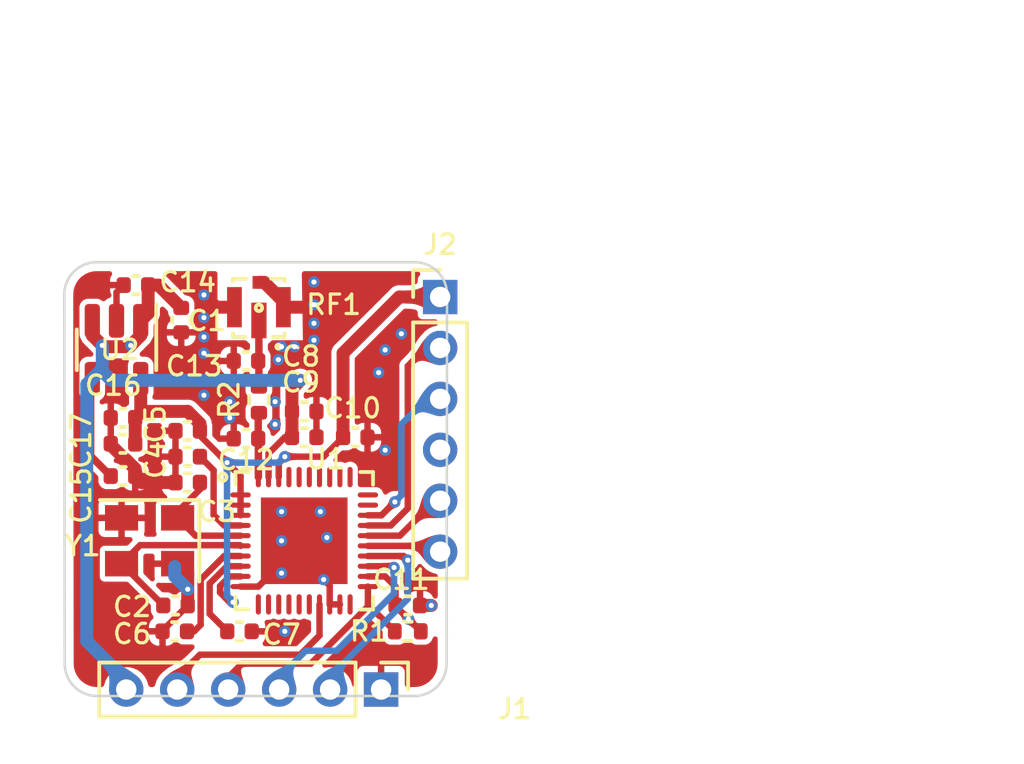
<source format=kicad_pcb>
(kicad_pcb (version 20211014) (generator pcbnew)
  (layers (0 "F.Cu" signal) (1 "In1.Cu" signal) (2 "In2.Cu" signal) (31 "B.Cu" signal) (34 "B.Paste" user) (35 "F.Paste" user) (36 "B.SilkS" user "B.Silkscreen") (37 "F.SilkS" user "F.Silkscreen") (38 "B.Mask" user) (39 "F.Mask" user) (44 "Edge.Cuts" user))
  (net 0 "")
  (net 1 "GND")
  (net 2 "+1V8")
  (net 3 "/XTAL1")
  (net 4 "/XTAL2")
  (net 5 "Net-(C4-Pad2)")
  (net 6 "Net-(C6-Pad2)")
  (net 7 "Net-(C7-Pad2)")
  (net 8 "+3V3")
  (net 9 "/ANT")
  (net 10 "Net-(C13-Pad2)")
  (net 11 "/SDIO_DATA2")
  (net 12 "/SDIO_DATA1")
  (net 13 "/SDIO_DATA0")
  (net 14 "/SDIO_CLK")
  (net 15 "/SDIO_CMD")
  (net 16 "/SDIO_DATA3")
  (net 17 "/WIRQ")
  (net 28 "/RST")
  (net 35 "Net-(C15-Pad2)")
  (footprint "Capacitor_SMD:C_0402_1005Metric" (layer "F.Cu") (at 123.19 77.2685)
    (fp_text reference "C13")
    (fp_text value "NC" hide)
  )
  (footprint "Resistor_SMD:R_0402_1005Metric" (layer "F.Cu") (at 129.54 87.884)
    (fp_text reference "R1")
    (fp_text value "33K" hide)
  )
  (footprint "kicad_lceda:QFN-40_L5.0-W5.0-P0.40-TL-EP3.4" (layer "F.Cu") (at 125.476 84.328)
    (fp_text reference "U1")
    (fp_text value "XR819" hide)
  )
  (footprint "Capacitor_SMD:C_0402_1005Metric" (layer "F.Cu") (at 125.476 79.248)
    (fp_text reference "C8")
    (fp_text value "4.7uF" hide)
  )
  (footprint "Capacitor_SMD:C_0402_1005Metric" (layer "F.Cu") (at 123.19 80.3165)
    (fp_text reference "C12")
    (fp_text value "NC" hide)
  )
  (footprint "Connector_PinHeader_2.00mm:PinHeader_1x06_P2.00mm_Vertical" (layer "F.Cu") (at 130.81 74.756)
    (fp_text reference "J2")
    (fp_text value "Conn_01x06" hide)
  )
  (footprint "Capacitor_SMD:C_0402_1005Metric" (layer "F.Cu") (at 127.48 80.264 180)
    (fp_text reference "C10")
    (fp_text value "22pF" hide)
  )
  (footprint "Package_TO_SOT_SMD:SOT-23-5" (layer "F.Cu") (at 118.11 76.8295 -90)
    (fp_text reference "U2")
    (fp_text value "NC" hide)
  )
  (footprint "Capacitor_SMD:C_0402_1005Metric" (layer "F.Cu") (at 120.424 86.868 180)
    (fp_text reference "C2")
    (fp_text value "10pF" hide)
  )
  (footprint "Capacitor_SMD:C_0402_1005Metric" (layer "F.Cu") (at 120.904 80.01 180)
    (fp_text reference "C5")
    (fp_text value "4.7uF" hide)
  )
  (footprint "Resistor_SMD:R_0402_1005Metric" (layer "F.Cu") (at 123.698 78.7925 90)
    (fp_text reference "R2")
    (fp_text value "0R" hide)
  )
  (footprint "Capacitor_SMD:C_0402_1005Metric" (layer "F.Cu") (at 118.364 81.788 180)
    (fp_text reference "C15")
    (fp_text value "NC" hide)
  )
  (footprint "Capacitor_SMD:C_0402_1005Metric" (layer "F.Cu") (at 120.396 87.884)
    (fp_text reference "C6")
    (fp_text value "1uF" hide)
  )
  (footprint "Capacitor_SMD:C_0402_1005Metric" (layer "F.Cu") (at 118.872 74.2895)
    (fp_text reference "C14")
    (fp_text value "NC" hide)
  )
  (footprint "Capacitor_SMD:C_0402_1005Metric" (layer "F.Cu") (at 118.364 79.502)
    (fp_text reference "C16")
    (fp_text value "NC" hide)
  )
  (footprint "Capacitor_SMD:C_0402_1005Metric" (layer "F.Cu") (at 122.936 87.884 180)
    (fp_text reference "C7")
    (fp_text value "1uF" hide)
  )
  (footprint "Connector_PinHeader_2.00mm:PinHeader_1x06_P2.00mm_Vertical" (layer "F.Cu") (at 128.492 90.17 -90)
    (fp_text reference "J1")
    (fp_text value "Conn_01x06" hide)
  )
  (footprint "Capacitor_SMD:C_0402_1005Metric" (layer "F.Cu") (at 125.476 80.264)
    (fp_text reference "C9")
    (fp_text value "22pF" hide)
  )
  (footprint "kicad_lceda:IPEX4-SMD_4P-L1.8-W1.7-LS2.0-L_KH-IPEX4-2020" (layer "F.Cu") (at 123.698 74.93 90)
    (fp_text reference "RF1")
    (fp_text value "KH-IPEX4-2020" hide)
  )
  (footprint "Capacitor_SMD:C_0402_1005Metric" (layer "F.Cu") (at 118.364 80.518)
    (fp_text reference "C17")
    (fp_text value "NC" hide)
  )
  (footprint "Crystal:Crystal_SMD_EuroQuartz_MT-4Pin_3.2x2.5mm" (layer "F.Cu") (at 119.408 84.328 180)
    (fp_text reference "Y1")
    (fp_text value "Crystal_GND24_Small" hide)
  )
  (footprint "Capacitor_SMD:C_0402_1005Metric" (layer "F.Cu") (at 129.54 86.868)
    (fp_text reference "C11")
    (fp_text value "4.7uF" hide)
  )
  (footprint "Capacitor_SMD:C_0402_1005Metric" (layer "F.Cu") (at 120.65 75.664 90)
    (fp_text reference "C1")
    (fp_text value "NC" hide)
  )
  (footprint "Capacitor_SMD:C_0402_1005Metric" (layer "F.Cu") (at 120.904 81.026)
    (fp_text reference "C4")
    (fp_text value "1uF" hide)
  )
  (footprint "Capacitor_SMD:C_0402_1005Metric" (layer "F.Cu") (at 120.904 82.042)
    (fp_text reference "C3")
    (fp_text value "10pF" hide)
  )
  (gr_line (start 131.064 89.154) (end 131.080374 74.659626) (layer "Edge.Cuts") (width 0.1))
  (gr_line (start 117.348 90.424) (end 129.794 90.424) (layer "Edge.Cuts") (width 0.1))
  (gr_line (start 129.810374 73.389626) (end 117.331626 73.389626) (layer "Edge.Cuts") (width 0.1))
  (gr_arc (start 129.810374 73.389626) (mid 130.7084 73.7616) (end 131.080374 74.659626) (layer "Edge.Cuts") (width 0.1))
  (gr_line (start 116.061626 74.659626) (end 116.078 89.154) (layer "Edge.Cuts") (width 0.1))
  (gr_arc (start 131.064 89.154) (mid 130.692026 90.052026) (end 129.794 90.424) (layer "Edge.Cuts") (width 0.1))
  (gr_arc (start 117.348 90.424) (mid 116.449974 90.052026) (end 116.078 89.154) (layer "Edge.Cuts") (width 0.1))
  (gr_arc (start 116.061626 74.659626) (mid 116.4336 73.7616) (end 117.331626 73.389626) (layer "Edge.Cuts") (width 0.1))
  (segment (start 130.02 86.868) (end 130.463062 86.868) (width 0.508) (layer "F.Cu") (net 1))
  (segment (start 117.884 80.518) (end 117.884 80.565801) (width 0.508) (layer "F.Cu") (net 1))
  (segment (start 120.424 82.042) (end 119.098 82.042) (width 0.508) (layer "F.Cu") (net 1))
  (segment (start 122.02 75.157) (end 121.539 74.676) (width 0.508) (layer "F.Cu") (net 1))
  (segment (start 118.471199 81.153) (end 118.491 81.153) (width 0.508) (layer "F.Cu") (net 1))
  (segment (start 123.908822 74.182) (end 124.658 74.931178) (width 0.508) (layer "F.Cu") (net 1))
  (segment (start 123.676 86.128) (end 125.476 84.328) (width 0.254) (layer "F.Cu") (net 1))
  (segment (start 122.738 75.157) (end 122.02 75.157) (width 0.508) (layer "F.Cu") (net 1))
  (segment (start 118.11 75.692) (end 118.11 74.5715) (width 0.254) (layer "F.Cu") (net 1))
  (segment (start 124.658 74.931178) (end 124.658 75.157) (width 0.508) (layer "F.Cu") (net 1))
  (segment (start 120.904 86.233) (end 120.904 85.624) (width 0.508) (layer "F.Cu") (net 1))
  (segment (start 119.916 87.856) (end 120.904 86.868) (width 0.254) (layer "F.Cu") (net 1))
  (segment (start 122.977 86.128) (end 123.676 86.128) (width 0.254) (layer "F.Cu") (net 1))
  (segment (start 123.698 74.182) (end 123.908822 74.182) (width 0.508) (layer "F.Cu") (net 1))
  (segment (start 118.844 81.506) (end 118.844 81.788) (width 0.508) (layer "F.Cu") (net 1))
  (segment (start 119.916 87.884) (end 119.916 87.856) (width 0.254) (layer "F.Cu") (net 1))
  (segment (start 123.416 87.884) (end 124.714 87.884) (width 0.254) (layer "F.Cu") (net 1))
  (segment (start 126.476 86.09) (end 126.476 86.827) (width 0.254) (layer "F.Cu") (net 1))
  (segment (start 124.658 75.157) (end 125.757 75.157) (width 0.508) (layer "F.Cu") (net 1))
  (segment (start 118.11 74.5715) (end 118.392 74.2895) (width 0.254) (layer "F.Cu") (net 1))
  (segment (start 118.491 81.153) (end 118.844 81.506) (width 0.508) (layer "F.Cu") (net 1))
  (segment (start 124.658 75.157) (end 124.868 75.157) (width 0.508) (layer "F.Cu") (net 1))
  (segment (start 125.757 75.157) (end 125.857 75.057) (width 0.508) (layer "F.Cu") (net 1))
  (segment (start 119.098 82.042) (end 118.844 81.788) (width 0.508) (layer "F.Cu") (net 1))
  (segment (start 120.904 86.868) (end 120.904 86.233) (width 0.508) (layer "F.Cu") (net 1))
  (segment (start 117.884 80.565801) (end 118.471199 81.153) (width 0.508) (layer "F.Cu") (net 1))
  (segment (start 120.904 85.624) (end 120.508 85.228) (width 0.508) (layer "F.Cu") (net 1))
  (segment (start 126.876 86.827) (end 126.476 86.827) (width 0.254) (layer "F.Cu") (net 1))
  (segment (start 126.238 85.852) (end 126.476 86.09) (width 0.254) (layer "F.Cu") (net 1))
  (via (at 130.463062 86.868) (size 0.45) (drill 0.2) (layers "F.Cu" "B.Cu") (net 1))
  (via (at 124.587 83.185) (size 0.45) (drill 0.2) (layers "F.Cu" "B.Cu") (net 1))
  (via (at 128.651 80.772) (size 0.45) (drill 0.2) (layers "F.Cu" "B.Cu") (net 1))
  (via (at 125.095 76.708) (size 0.45) (drill 0.2) (layers "F.Cu" "B.Cu") (net 1))
  (via (at 128.651 76.835) (size 0.45) (drill 0.2) (layers "F.Cu" "B.Cu") (net 1))
  (via (at 128.397 77.724) (size 0.45) (drill 0.2) (layers "F.Cu" "B.Cu") (net 1))
  (via (at 121.539 78.613) (size 0.45) (drill 0.2) (layers "F.Cu" "B.Cu") (net 1))
  (via (at 124.333 79.756) (size 0.45) (drill 0.2) (layers "F.Cu" "B.Cu") (net 1))
  (via (at 122.555 78.867) (size 0.45) (drill 0.2) (layers "F.Cu" "B.Cu") (net 1))
  (via (at 121.539 75.565) (size 0.45) (drill 0.2) (layers "F.Cu" "B.Cu") (net 1))
  (via (at 125.857407 75.789172) (size 0.45) (drill 0.2) (layers "F.Cu" "B.Cu") (net 1))
  (via (at 124.714 87.884) (size 0.45) (drill 0.2) (layers "F.Cu" "B.Cu") (net 1))
  (via (at 124.587 85.598) (size 0.45) (drill 0.2) (layers "F.Cu" "B.Cu") (net 1))
  (via (at 121.539 74.676) (size 0.45) (drill 0.2) (layers "F.Cu" "B.Cu") (net 1))
  (via (at 124.587 84.328) (size 0.45) (drill 0.2) (layers "F.Cu" "B.Cu") (net 1))
  (via (at 125.857 75.057) (size 0.45) (drill 0.2) (layers "F.Cu" "B.Cu") (net 1))
  (via (at 125.857 74.168) (size 0.45) (drill 0.2) (layers "F.Cu" "B.Cu") (net 1))
  (via (at 126.365 84.201) (size 0.45) (drill 0.2) (layers "F.Cu" "B.Cu") (net 1))
  (via (at 121.539 76.327) (size 0.45) (drill 0.2) (layers "F.Cu" "B.Cu") (net 1))
  (via (at 129.286 76.2) (size 0.45) (drill 0.2) (layers "F.Cu" "B.Cu") (net 1))
  (via (at 125.857 76.454) (size 0.45) (drill 0.2) (layers "F.Cu" "B.Cu") (net 1))
  (via (at 126.238 85.852) (size 0.45) (drill 0.2) (layers "F.Cu" "B.Cu") (net 1))
  (via (at 124.333 78.867) (size 0.45) (drill 0.2) (layers "F.Cu" "B.Cu") (net 1))
  (via (at 126.111 83.185) (size 0.45) (drill 0.2) (layers "F.Cu" "B.Cu") (net 1))
  (via (at 122.555 79.502) (size 0.45) (drill 0.2) (layers "F.Cu" "B.Cu") (net 1))
  (via (at 124.587 76.708) (size 0.45) (drill 0.2) (layers "F.Cu" "B.Cu") (net 1))
  (via (at 121.539 76.962) (size 0.45) (drill 0.2) (layers "F.Cu" "B.Cu") (net 1))
  (via (at 124.46 77.216) (size 0.45) (drill 0.2) (layers "F.Cu" "B.Cu") (net 1))
  (via (at 120.904 86.233) (size 0.45) (drill 0.2) (layers "F.Cu" "B.Cu") (net 1))
  (segment (start 120.904 86.233) (end 120.396 85.725) (width 0.508) (layer "B.Cu") (net 1))
  (segment (start 120.396 85.725) (end 120.396 85.344) (width 0.508) (layer "B.Cu") (net 1))
  (segment (start 124.476 81.829) (end 124.476 81.264) (width 0.254) (layer "F.Cu") (net 2))
  (segment (start 119.06 79.286) (end 118.844 79.502) (width 0.508) (layer "F.Cu") (net 2))
  (segment (start 121.384 80.01) (end 121.384 79.728) (width 0.508) (layer "F.Cu") (net 2))
  (segment (start 122.977 81.790804) (end 122.447098 81.260902) (width 0.254) (layer "F.Cu") (net 2))
  (segment (start 124.476 81.264) (end 124.714 81.026) (width 0.254) (layer "F.Cu") (net 2))
  (segment (start 126.238 81.026) (end 127 80.264) (width 0.254) (layer "F.Cu") (net 2))
  (segment (start 129.206 74.756) (end 130.46048 74.756) (width 0.508) (layer "F.Cu") (net 2))
  (segment (start 127 80.264) (end 127 76.962) (width 0.508) (layer "F.Cu") (net 2))
  (segment (start 121.384 79.728) (end 120.904 79.248) (width 0.508) (layer "F.Cu") (net 2))
  (segment (start 122.977 85.728) (end 122.552 85.728) (width 0.254) (layer "F.Cu") (net 2))
  (segment (start 127 76.962) (end 129.206 74.756) (width 0.508) (layer "F.Cu") (net 2))
  (segment (start 122.977 82.528) (end 122.977 81.790804) (width 0.254) (layer "F.Cu") (net 2))
  (segment (start 122.977 83.328) (end 122.977 82.528) (width 0.254) (layer "F.Cu") (net 2))
  (segment (start 122.174 86.36) (end 122.555 86.741) (width 0.254) (layer "F.Cu") (net 2))
  (segment (start 122.555 86.741) (end 122.682 86.741) (width 0.254) (layer "F.Cu") (net 2))
  (segment (start 124.714 81.026) (end 126.238 81.026) (width 0.254) (layer "F.Cu") (net 2))
  (segment (start 122.552 85.728) (end 122.174 86.106) (width 0.254) (layer "F.Cu") (net 2))
  (segment (start 119.06 77.967) (end 119.06 79.286) (width 0.508) (layer "F.Cu") (net 2))
  (segment (start 121.384 80.197804) (end 121.384 80.01) (width 0.254) (layer "F.Cu") (net 2))
  (segment (start 118.844 80.518) (end 118.844 79.502) (width 0.508) (layer "F.Cu") (net 2))
  (segment (start 119.098 79.248) (end 120.904 79.248) (width 0.508) (layer "F.Cu") (net 2))
  (segment (start 118.844 79.502) (end 119.098 79.248) (width 0.508) (layer "F.Cu") (net 2))
  (segment (start 122.174 86.106) (end 122.174 86.36) (width 0.254) (layer "F.Cu") (net 2))
  (segment (start 122.447098 81.260902) (end 121.384 80.197804) (width 0.254) (layer "F.Cu") (net 2))
  (via (at 122.447098 81.260902) (size 0.45) (drill 0.2) (layers "F.Cu" "B.Cu") (net 2))
  (via (at 122.682 86.741) (size 0.45) (drill 0.2) (layers "F.Cu" "B.Cu") (net 2))
  (via (at 124.714 81.026) (size 0.45) (drill 0.2) (layers "F.Cu" "B.Cu") (net 2))
  (segment (start 122.447098 86.506098) (end 122.682 86.741) (width 0.254) (layer "B.Cu") (net 2))
  (segment (start 124.479098 81.260902) (end 124.714 81.026) (width 0.254) (layer "B.Cu") (net 2))
  (segment (start 122.447098 81.260902) (end 122.447098 86.506098) (width 0.254) (layer "B.Cu") (net 2))
  (segment (start 122.447098 81.260902) (end 124.479098 81.260902) (width 0.254) (layer "B.Cu") (net 2))
  (segment (start 122.977 84.528) (end 122.950589 84.501589) (width 0.254) (layer "F.Cu") (net 3))
  (segment (start 122.950589 84.501589) (end 122.254411 84.501589) (width 0.254) (layer "F.Cu") (net 3))
  (segment (start 119.034411 84.501589) (end 118.308 85.228) (width 0.254) (layer "F.Cu") (net 3))
  (segment (start 122.254411 84.501589) (end 119.034411 84.501589) (width 0.254) (layer "F.Cu") (net 3))
  (segment (start 119.944 86.864) (end 118.308 85.228) (width 0.254) (layer "F.Cu") (net 3))
  (segment (start 119.944 86.868) (end 119.944 86.864) (width 0.254) (layer "F.Cu") (net 3))
  (segment (start 120.508 83.187) (end 120.508 83.428) (width 0.254) (layer "F.Cu") (net 4))
  (segment (start 121.384 82.042) (end 121.384 82.311) (width 0.254) (layer "F.Cu") (net 4))
  (segment (start 121.208 84.128) (end 120.508 83.428) (width 0.254) (layer "F.Cu") (net 4))
  (segment (start 121.384 82.311) (end 120.508 83.187) (width 0.254) (layer "F.Cu") (net 4))
  (segment (start 122.977 84.128) (end 121.208 84.128) (width 0.254) (layer "F.Cu") (net 4))
  (segment (start 122.977 83.728) (end 122.336 83.728) (width 0.254) (layer "F.Cu") (net 5))
  (segment (start 121.92 83.312) (end 121.92 81.562) (width 0.254) (layer "F.Cu") (net 5))
  (segment (start 122.336 83.728) (end 121.92 83.312) (width 0.254) (layer "F.Cu") (net 5))
  (segment (start 121.92 81.562) (end 121.384 81.026) (width 0.254) (layer "F.Cu") (net 5))
  (segment (start 122.336 84.928) (end 121.412 85.852) (width 0.254) (layer "F.Cu") (net 6))
  (segment (start 121.412 85.852) (end 121.412 87.63) (width 0.254) (layer "F.Cu") (net 6))
  (segment (start 122.977 84.928) (end 122.336 84.928) (width 0.254) (layer "F.Cu") (net 6))
  (segment (start 121.158 87.884) (end 120.876 87.884) (width 0.254) (layer "F.Cu") (net 6))
  (segment (start 121.412 87.63) (end 121.158 87.884) (width 0.254) (layer "F.Cu") (net 6))
  (segment (start 121.76542 87.19342) (end 122.456 87.884) (width 0.254) (layer "F.Cu") (net 7))
  (segment (start 121.76542 86.00658) (end 121.76542 87.19342) (width 0.254) (layer "F.Cu") (net 7))
  (segment (start 122.444 85.328) (end 121.76542 86.00658) (width 0.254) (layer "F.Cu") (net 7))
  (segment (start 122.977 85.328) (end 122.444 85.328) (width 0.254) (layer "F.Cu") (net 7))
  (segment (start 117.5512 76.6572) (end 117.602 76.708) (width 0.508) (layer "F.Cu") (net 8))
  (segment (start 117.16 76.266) (end 117.5512 76.6572) (width 0.508) (layer "F.Cu") (net 8))
  (segment (start 129.06 86.868) (end 129.06 86.894) (width 0.254) (layer "F.Cu") (net 8))
  (segment (start 119.352 74.2895) (end 119.7555 74.2895) (width 0.508) (layer "F.Cu") (net 8))
  (segment (start 124.076 81.829) (end 124.076 80.902) (width 0.254) (layer "F.Cu") (net 8))
  (segment (start 124.996 80.264) (end 124.996 79.248) (width 0.508) (layer "F.Cu") (net 8))
  (segment (start 129.06 86.894) (end 129.5664 87.4004) (width 0.254) (layer "F.Cu") (net 8))
  (segment (start 129.5664 87.4004) (end 130.05 87.884) (width 0.254) (layer "F.Cu") (net 8))
  (segment (start 119.7555 74.2895) (end 120.65 75.184) (width 0.508) (layer "F.Cu") (net 8))
  (segment (start 117.16 75.692) (end 117.16 76.266) (width 0.508) (layer "F.Cu") (net 8))
  (segment (start 128.654 85.728) (end 127.975 85.728) (width 0.254) (layer "F.Cu") (net 8))
  (segment (start 124.996 79.248) (end 124.996 78.3564) (width 0.508) (layer "F.Cu") (net 8))
  (segment (start 118.6688 76.6572) (end 119.06 76.266) (width 0.508) (layer "F.Cu") (net 8))
  (segment (start 119.06 76.266) (end 119.06 75.692) (width 0.508) (layer "F.Cu") (net 8))
  (segment (start 118.618 76.708) (end 118.6688 76.6572) (width 0.508) (layer "F.Cu") (net 8))
  (segment (start 129.06 86.868) (end 129.06 86.134) (width 0.254) (layer "F.Cu") (net 8))
  (segment (start 124.996 78.3564) (end 125.3236 78.0288) (width 0.508) (layer "F.Cu") (net 8))
  (segment (start 129.06 86.134) (end 128.654 85.728) (width 0.254) (layer "F.Cu") (net 8))
  (segment (start 119.352 74.2895) (end 119.352 75.4) (width 0.508) (layer "F.Cu") (net 8))
  (segment (start 117.602 76.708) (end 118.618 76.708) (width 0.508) (layer "F.Cu") (net 8))
  (segment (start 124.714 80.264) (end 124.996 80.264) (width 0.254) (layer "F.Cu") (net 8))
  (segment (start 124.076 80.902) (end 124.714 80.264) (width 0.254) (layer "F.Cu") (net 8))
  (segment (start 119.352 75.4) (end 119.06 75.692) (width 0.508) (layer "F.Cu") (net 8))
  (via (at 125.3236 78.0288) (size 0.45) (drill 0.2) (layers "F.Cu" "B.Cu") (net 8))
  (via (at 118.6688 76.6572) (size 0.45) (drill 0.2) (layers "F.Cu" "B.Cu") (net 8))
  (via (at 117.5512 76.6572) (size 0.45) (drill 0.2) (layers "F.Cu" "B.Cu") (net 8))
  (via (at 129.5664 87.4004) (size 0.45) (drill 0.2) (layers "F.Cu" "B.Cu") (net 8))
  (segment (start 117.5004 77.6224) (end 116.9416 78.1812) (width 0.508) (layer "B.Cu") (net 8))
  (segment (start 116.9416 78.1812) (end 116.9416 88.27008) (width 0.508) (layer "B.Cu") (net 8))
  (segment (start 116.9416 88.27008) (end 118.492 89.82048) (width 0.508) (layer "B.Cu") (net 8))
  (segment (start 117.5512 76.6572) (end 117.5512 77.5716) (width 0.508) (layer "B.Cu") (net 8))
  (segment (start 117.5512 77.5716) (end 117.5004 77.6224) (width 0.508) (layer "B.Cu") (net 8))
  (segment (start 125.3236 78.0288) (end 117.9068 78.0288) (width 0.508) (layer "B.Cu") (net 8))
  (segment (start 117.9068 78.0288) (end 117.5004 77.6224) (width 0.508) (layer "B.Cu") (net 8))
  (segment (start 123.676 80.3225) (end 123.67 80.3165) (width 0.29337) (layer "F.Cu") (net 9))
  (segment (start 123.676 81.829) (end 123.676 80.3225) (width 0.29337) (layer "F.Cu") (net 9))
  (segment (start 123.67 80.3165) (end 123.67 79.3305) (width 0.29337) (layer "F.Cu") (net 9))
  (segment (start 123.698 78.2825) (end 123.698 75.678) (width 0.29337) (layer "F.Cu") (net 10))
  (segment (start 123.03148 89.154) (end 122.492 89.69348) (width 0.254) (layer "F.Cu") (net 11))
  (segment (start 127.975 86.829) (end 128.015 86.869) (width 0.254) (layer "F.Cu") (net 11))
  (segment (start 128.015 86.869) (end 129.03 87.884) (width 0.254) (layer "F.Cu") (net 11))
  (segment (start 128.015 86.869) (end 125.73 89.154) (width 0.254) (layer "F.Cu") (net 11))
  (segment (start 127.975 86.128) (end 127.975 86.829) (width 0.254) (layer "F.Cu") (net 11))
  (segment (start 125.73 89.154) (end 123.03148 89.154) (width 0.254) (layer "F.Cu") (net 11))
  (segment (start 128.948193 85.328) (end 128.999593 85.3794) (width 0.254) (layer "F.Cu") (net 12))
  (segment (start 127.975 85.328) (end 128.948193 85.328) (width 0.254) (layer "F.Cu") (net 12))
  (via (at 128.999593 85.3794) (size 0.45) (drill 0.2) (layers "F.Cu" "B.Cu") (net 12))
  (segment (start 126.746 88.646) (end 125.53948 88.646) (width 0.254) (layer "B.Cu") (net 12))
  (segment (start 125.53948 88.646) (end 124.492 89.69348) (width 0.254) (layer "B.Cu") (net 12))
  (segment (start 128.999593 85.3794) (end 128.999593 86.392407) (width 0.254) (layer "B.Cu") (net 12))
  (segment (start 128.999593 86.392407) (end 126.746 88.646) (width 0.254) (layer "B.Cu") (net 12))
  (segment (start 127.975 84.928) (end 129.378 84.928) (width 0.254) (layer "F.Cu") (net 13))
  (segment (start 129.378 84.928) (end 129.54 85.09) (width 0.254) (layer "F.Cu") (net 13))
  (via (at 129.54 85.09) (size 0.45) (drill 0.2) (layers "F.Cu" "B.Cu") (net 13))
  (segment (start 129.54 85.09) (end 129.54 86.614) (width 0.254) (layer "B.Cu") (net 13))
  (segment (start 129.54 86.614) (end 126.492 89.662) (width 0.254) (layer "B.Cu") (net 13))
  (segment (start 126.492 89.662) (end 126.492 89.69348) (width 0.254) (layer "B.Cu") (net 13))
  (segment (start 127.975 84.528) (end 130.10548 84.528) (width 0.254) (layer "F.Cu") (net 14))
  (segment (start 130.10548 84.528) (end 130.33348 84.756) (width 0.254) (layer "F.Cu") (net 14))
  (segment (start 129.232 84.128) (end 130.33348 83.02652) (width 0.254) (layer "F.Cu") (net 15))
  (segment (start 127.975 84.128) (end 129.232 84.128) (width 0.254) (layer "F.Cu") (net 15))
  (segment (start 130.33348 83.02652) (end 130.33348 82.756) (width 0.254) (layer "F.Cu") (net 15))
  (segment (start 128.87 83.728) (end 129.54 83.058) (width 0.254) (layer "F.Cu") (net 16))
  (segment (start 130.254 76.756) (end 130.33348 76.756) (width 0.254) (layer "F.Cu") (net 16))
  (segment (start 127.975 83.728) (end 128.87 83.728) (width 0.254) (layer "F.Cu") (net 16))
  (segment (start 129.54 83.058) (end 129.54 77.47) (width 0.254) (layer "F.Cu") (net 16))
  (segment (start 129.54 77.47) (end 130.254 76.756) (width 0.254) (layer "F.Cu") (net 16))
  (segment (start 128.508 83.328) (end 129.032 82.804) (width 0.254) (layer "F.Cu") (net 17))
  (segment (start 127.975 83.328) (end 128.508 83.328) (width 0.254) (layer "F.Cu") (net 17))
  (via (at 129.032 82.804) (size 0.45) (drill 0.2) (layers "F.Cu" "B.Cu") (net 17))
  (segment (start 129.286 79.756) (end 130.286 78.756) (width 0.254) (layer "B.Cu") (net 17))
  (segment (start 129.032 82.804) (end 129.286 82.55) (width 0.254) (layer "B.Cu") (net 17))
  (segment (start 130.286 78.756) (end 130.33348 78.756) (width 0.254) (layer "B.Cu") (net 17))
  (segment (start 129.286 82.55) (end 129.286 79.756) (width 0.254) (layer "B.Cu") (net 17))
  (segment (start 125.32142 88.80058) (end 121.3849 88.80058) (width 0.254) (layer "F.Cu") (net 28))
  (segment (start 121.3849 88.80058) (end 120.492 89.69348) (width 0.254) (layer "F.Cu") (net 28))
  (segment (start 126.076 86.827) (end 126.076 88.046) (width 0.254) (layer "F.Cu") (net 28))
  (segment (start 126.076 88.046) (end 125.32142 88.80058) (width 0.254) (layer "F.Cu") (net 28))
  (segment (start 117.094 80.998) (end 117.094 78.033) (width 0.29337) (layer "F.Cu") (net 35))
  (segment (start 117.884 81.788) (end 117.094 80.998) (width 0.29337) (layer "F.Cu") (net 35))
  (segment (start 117.094 78.033) (end 117.16 77.967) (width 0.29337) (layer "F.Cu") (net 35))
  (zone (net 0) (net_name "") (layers "F.Cu" "In1.Cu" "In2.Cu" "B.Cu") (connect_pads (clearance 0)) (min_thickness 0.254)
    (keepout (tracks allowed) (vias allowed) (pads allowed) (copperpour not_allowed) (footprints allowed))
    (fill (thermal_gap 0.508) (thermal_bridge_width 0.508))
    (polygon (pts (xy 125.4252 76.454) (xy 122.0724 76.454) (xy 122.0724 73.5076) (xy 125.3744 73.5076)))
  )
  (zone (net 1) (net_name "GND") (layers "F.Cu" "In1.Cu") (connect_pads (clearance 0.2032)) (min_thickness 0.2032) (fill yes (thermal_gap 0.254) (thermal_bridge_width 0.254))
    (polygon (pts (xy 133.5024 71.8312) (xy 134.8232 92.964) (xy 113.8936 93.1164) (xy 113.538 71.7804)))
  )
  (zone (net 17) (net_name "/WIRQ") (layer "F.Cu") (priority 16962) (connect_pads yes (clearance 0)) (min_thickness 0.0254) (fill yes (thermal_gap 0.508) (thermal_bridge_width 0.508))
    (polygon (pts (xy 128.807141 83.208464) (xy 128.842519 83.173798) (xy 128.874005 83.14461) (xy 128.9026 83.120133) (xy 128.929303 83.099604) (xy 128.955116 83.082259) (xy 128.981039 83.067333) (xy 129.008072 83.054062) (xy 129.037216 83.041682) (xy 129.069471 83.029429) (xy 129.105839 83.016538) (xy 129.111549 82.724451) (xy 128.819462 82.730161) (xy 128.80657 82.766528) (xy 128.794317 82.798783) (xy 128.781937 82.827927) (xy 128.768666 82.85496) (xy 128.75374 82.880883) (xy 128.736395 82.906696) (xy 128.715866 82.933399) (xy 128.691389 82.961994) (xy 128.662201 82.99348) (xy 128.627536 83.028859)))
  )
  (zone (net 2) (net_name "+1V8") (layer "F.Cu") (priority 16962) (connect_pads yes (clearance 0)) (min_thickness 0.0254) (fill yes (thermal_gap 0.508) (thermal_bridge_width 0.508))
    (polygon (pts (xy 129.45548 75.01) (xy 129.609562 75.014375) (xy 129.739801 75.027128) (xy 129.851133 75.047698) (xy 129.948494 75.075526) (xy 130.036823 75.110049) (xy 130.121056 75.150709) (xy 130.206131 75.196944) (xy 130.296984 75.248194) (xy 130.398553 75.3039) (xy 130.515775 75.3635) (xy 131.1475 74.756) (xy 130.515775 74.1485) (xy 130.398553 74.208099) (xy 130.296984 74.263805) (xy 130.206131 74.315055) (xy 130.121056 74.36129) (xy 130.036823 74.40195) (xy 129.948494 74.436473) (xy 129.851133 74.464301) (xy 129.739801 74.484871) (xy 129.609562 74.497624) (xy 129.45548 74.502)))
  )
  (zone (net 11) (net_name "/SDIO_DATA2") (layer "F.Cu") (priority 16962) (connect_pads yes (clearance 0)) (min_thickness 0.0254) (fill yes (thermal_gap 0.508) (thermal_bridge_width 0.508))
    (polygon (pts (xy 123.19354 89.027) (xy 123.081416 89.040104) (xy 122.994156 89.075672) (xy 122.925933 89.128087) (xy 122.870921 89.191736) (xy 122.823293 89.261) (xy 122.777223 89.330264) (xy 122.726885 89.393912) (xy 122.666453 89.446328) (xy 122.5901 89.481896) (xy 122.492 89.495) (xy 122.403846 90.495783) (xy 123.155261 90.044666) (xy 123.130885 89.943241) (xy 123.098638 89.838758) (xy 123.063822 89.734452) (xy 123.031739 89.633558) (xy 123.007691 89.539311) (xy 122.99698 89.454945) (xy 123.004907 89.383696) (xy 123.036775 89.328799) (xy 123.097885 89.293489) (xy 123.19354 89.281)))
  )
  (zone (net 16) (net_name "/SDIO_DATA3") (layer "F.Cu") (priority 16962) (connect_pads yes (clearance 0)) (min_thickness 0.0254) (fill yes (thermal_gap 0.508) (thermal_bridge_width 0.508))
    (polygon (pts (xy 129.753369 77.436236) (xy 129.842405 77.357852) (xy 129.926428 77.304766) (xy 130.007129 77.273756) (xy 130.086201 77.261598) (xy 130.165335 77.265068) (xy 130.246224 77.280945) (xy 130.33056 77.306005) (xy 130.420035 77.337024) (xy 130.516341 77.370779) (xy 130.62117 77.404049) (xy 131.142776 76.699735) (xy 130.332703 76.278703) (xy 130.230019 76.387518) (xy 130.148429 76.485751) (xy 130.082256 76.57645) (xy 130.025822 76.662667) (xy 129.973449 76.747451) (xy 129.919458 76.833852) (xy 129.858172 76.92492) (xy 129.783913 77.023706) (xy 129.691003 77.13326) (xy 129.573764 77.256631)))
  )
  (zone (net 2) (net_name "+1V8") (layer "F.Cu") (priority 16962) (connect_pads yes (clearance 0)) (min_thickness 0.0254) (fill yes (thermal_gap 0.508) (thermal_bridge_width 0.508))
    (polygon (pts (xy 124.603 81.382417) (xy 124.605874 81.350728) (xy 124.614041 81.325322) (xy 124.626816 81.305286) (xy 124.643516 81.289704) (xy 124.663457 81.277662) (xy 124.685955 81.268245) (xy 124.710326 81.260538) (xy 124.735886 81.253628) (xy 124.761952 81.246599) (xy 124.787839 81.238538) (xy 124.793549 80.946451) (xy 124.489 81.026) (xy 124.48508 81.066653) (xy 124.47444 81.101328) (xy 124.458759 81.131849) (xy 124.43972 81.160039) (xy 124.419 81.187724) (xy 124.39828 81.216727) (xy 124.37924 81.248873) (xy 124.36356 81.285988) (xy 124.35292 81.329894) (xy 124.349 81.382417)))
  )
  (zone (net 12) (net_name "/SDIO_DATA1") (layer "F.Cu") (priority 16962) (connect_pads yes (clearance 0)) (min_thickness 0.0254) (fill yes (thermal_gap 0.508) (thermal_bridge_width 0.508))
    (polygon (pts (xy 128.553193 85.455) (xy 128.598125 85.455689) (xy 128.637296 85.457891) (xy 128.671665 85.461812) (xy 128.702189 85.467654) (xy 128.729827 85.475622) (xy 128.755537 85.485919) (xy 128.780278 85.498748) (xy 128.805007 85.514315) (xy 128.830683 85.532822) (xy 128.858265 85.554474) (xy 129.109178 85.404841) (xy 128.949853 85.159967) (xy 128.907726 85.169367) (xy 128.870214 85.177274) (xy 128.835792 85.183805) (xy 128.802934 85.18908) (xy 128.770114 85.193217) (xy 128.735807 85.196336) (xy 128.698487 85.198554) (xy 128.656629 85.199992) (xy 128.608705 85.200767) (xy 128.553193 85.201)))
  )
  (zone (net 13) (net_name "/SDIO_DATA0") (layer "F.Cu") (priority 16962) (connect_pads yes (clearance 0)) (min_thickness 0.0254) (fill yes (thermal_gap 0.508) (thermal_bridge_width 0.508))
    (polygon (pts (xy 129.152103 85.055) (xy 129.181384 85.056019) (xy 129.207462 85.059109) (xy 129.230558 85.064315) (xy 129.250895 85.071682) (xy 129.268696 85.081257) (xy 129.284184 85.093084) (xy 129.297582 85.107211) (xy 129.309112 85.123681) (xy 129.318998 85.142542) (xy 129.327462 85.163839) (xy 129.619549 85.169549) (xy 129.54 84.865) (xy 129.497646 84.863208) (xy 129.460376 84.858344) (xy 129.426581 84.851175) (xy 129.39465 84.842472) (xy 129.362975 84.833) (xy 129.329946 84.823528) (xy 129.293954 84.814824) (xy 129.253389 84.807656) (xy 129.206641 84.802792) (xy 129.152103 84.801)))
  )
  (zone (net 8) (net_name "+3V3") (layer "F.Cu") (priority 16962) (connect_pads yes (clearance 0)) (min_thickness 0.0254) (fill yes (thermal_gap 0.508) (thermal_bridge_width 0.508))
    (polygon (pts (xy 129.161936 87.175541) (xy 129.196601 87.210919) (xy 129.225789 87.242405) (xy 129.250266 87.271) (xy 129.270795 87.297703) (xy 129.28814 87.323516) (xy 129.303066 87.349439) (xy 129.316337 87.376472) (xy 129.328717 87.405616) (xy 129.34097 87.437871) (xy 129.353862 87.474239) (xy 129.645949 87.479949) (xy 129.640239 87.187862) (xy 129.603871 87.17497) (xy 129.571616 87.162717) (xy 129.542472 87.150337) (xy 129.515439 87.137066) (xy 129.489516 87.12214) (xy 129.463703 87.104795) (xy 129.437 87.084266) (xy 129.408405 87.059789) (xy 129.376919 87.030601) (xy 129.341541 86.995936)))
  )
  (zone (net 8) (net_name "+3V3") (layer "F.Cu") (priority 16962) (connect_pads yes (clearance 0)) (min_thickness 0.0254) (fill yes (thermal_gap 0.508) (thermal_bridge_width 0.508))
    (polygon (pts (xy 129.970864 87.625259) (xy 129.936198 87.58988) (xy 129.90701 87.558394) (xy 129.882533 87.529799) (xy 129.862004 87.503096) (xy 129.844659 87.477283) (xy 129.829733 87.45136) (xy 129.816462 87.424327) (xy 129.804082 87.395183) (xy 129.791829 87.362928) (xy 129.778938 87.326561) (xy 129.486851 87.320851) (xy 129.492561 87.612938) (xy 129.528928 87.625829) (xy 129.561183 87.638082) (xy 129.590327 87.650462) (xy 129.61736 87.663733) (xy 129.643283 87.678659) (xy 129.669096 87.696004) (xy 129.695799 87.716533) (xy 129.724394 87.74101) (xy 129.75588 87.770198) (xy 129.791259 87.804864)))
  )
  (zone (net 28) (net_name "/RST") (layer "F.Cu") (priority 16962) (connect_pads yes (clearance 0)) (min_thickness 0.0254) (fill yes (thermal_gap 0.508) (thermal_bridge_width 0.508))
    (polygon (pts (xy 121.05627 88.949605) (xy 120.927891 89.069626) (xy 120.812317 89.162516) (xy 120.706765 89.23464) (xy 120.60845 89.292363) (xy 120.514591 89.342048) (xy 120.422403 89.390063) (xy 120.329104 89.44277) (xy 120.231909 89.506536) (xy 120.128037 89.587725) (xy 120.014703 89.692703) (xy 120.403846 90.495783) (xy 121.155261 90.044666) (xy 121.130566 89.931603) (xy 121.103725 89.828627) (xy 121.078273 89.733747) (xy 121.057743 89.644975) (xy 121.04567 89.560321) (xy 121.04559 89.477796) (xy 121.061035 89.395412) (xy 121.095541 89.311179) (xy 121.152643 89.223108) (xy 121.235875 89.12921)))
  )
  (zone (net 2) (net_name "+1V8") (layer "F.Cu") (priority 16962) (connect_pads yes (clearance 0)) (min_thickness 0.0254) (fill yes (thermal_gap 0.508) (thermal_bridge_width 0.508))
    (polygon (pts (xy 122.221247 86.586852) (xy 122.262979 86.628608) (xy 122.298916 86.664657) (xy 122.330205 86.696204) (xy 122.357996 86.72446) (xy 122.38344 86.750631) (xy 122.407685 86.775927) (xy 122.43188 86.801555) (xy 122.457176 86.828724) (xy 122.484721 86.858641) (xy 122.515665 86.892517) (xy 122.786434 86.782828) (xy 122.666248 86.516553) (xy 122.634756 86.518113) (xy 122.606036 86.517899) (xy 122.579463 86.515535) (xy 122.554408 86.510646) (xy 122.530245 86.502857) (xy 122.506346 86.49179) (xy 122.482084 86.477071) (xy 122.456832 86.458325) (xy 122.429964 86.435175) (xy 122.400852 86.407247)))
  )
  (zone (net 15) (net_name "/SDIO_CMD") (layer "F.Cu") (priority 16962) (connect_pads yes (clearance 0)) (min_thickness 0.0254) (fill yes (thermal_gap 0.508) (thermal_bridge_width 0.508))
    (polygon (pts (xy 129.846992 83.692613) (xy 129.956094 83.594136) (xy 130.056756 83.524083) (xy 130.151749 83.477781) (xy 130.243842 83.450556) (xy 130.335805 83.437736) (xy 130.430409 83.434649) (xy 130.530424 83.436621) (xy 130.63862 83.438979) (xy 130.757766 83.437052) (xy 130.890635 83.426166) (xy 131.094 82.573655) (xy 130.234193 82.403764) (xy 130.160963 82.536136) (xy 130.108091 82.655737) (xy 130.069323 82.765568) (xy 130.038403 82.868632) (xy 130.009076 82.96793) (xy 129.975085 83.066465) (xy 129.930176 83.167238) (xy 129.868094 83.273251) (xy 129.782582 83.387507) (xy 129.667387 83.513008)))
  )
  (zone (net 2) (net_name "+1V8") (layer "F.Cu") (priority 16962) (connect_pads yes (clearance 0)) (min_thickness 0.0254) (fill yes (thermal_gap 0.508) (thermal_bridge_width 0.508))
    (polygon (pts (xy 122.851562 81.485761) (xy 122.816896 81.450382) (xy 122.787708 81.418896) (xy 122.763231 81.390301) (xy 122.742702 81.363598) (xy 122.725357 81.337785) (xy 122.710431 81.311862) (xy 122.69716 81.284829) (xy 122.68478 81.255685) (xy 122.672527 81.22343) (xy 122.659636 81.187063) (xy 122.367549 81.181353) (xy 122.373259 81.47344) (xy 122.409626 81.486331) (xy 122.441881 81.498584) (xy 122.471025 81.510964) (xy 122.498058 81.524235) (xy 122.523981 81.539161) (xy 122.549794 81.556506) (xy 122.576497 81.577035) (xy 122.605092 81.601512) (xy 122.636578 81.6307) (xy 122.671957 81.665366)))
  )
  (zone (net 2) (net_name "+1V8") (layer "F.Cu") (priority 16962) (connect_pads yes (clearance 0)) (min_thickness 0.0254) (fill yes (thermal_gap 0.508) (thermal_bridge_width 0.508))
    (polygon (pts (xy 125.159 80.899) (xy 125.109471 80.898495) (xy 125.066567 80.89687) (xy 125.02904 80.893959) (xy 124.995642 80.889592) (xy 124.965124 80.883605) (xy 124.93624 80.875829) (xy 124.907741 80.866097) (xy 124.878378 80.854243) (xy 124.846906 80.8401) (xy 124.812075 80.8235) (xy 124.6015 81.026) (xy 124.812075 81.2285) (xy 124.846906 81.211899) (xy 124.878378 81.197756) (xy 124.907741 81.185902) (xy 124.93624 81.17617) (xy 124.965124 81.168394) (xy 124.995642 81.162407) (xy 125.02904 81.15804) (xy 125.066567 81.155129) (xy 125.109471 81.153504) (xy 125.159 81.153)))
  )
  (zone (net 14) (net_name "/SDIO_CLK") (layer "F.Cu") (priority 16962) (connect_pads yes (clearance 0)) (min_thickness 0.0254) (fill yes (thermal_gap 0.508) (thermal_bridge_width 0.508))
    (polygon (pts (xy 129.502921 84.655) (xy 129.646248 84.66388) (xy 129.762383 84.689286) (xy 129.856783 84.729371) (xy 129.934903 84.782283) (xy 130.0022 84.846173) (xy 130.064131 84.919192) (xy 130.126151 84.999489) (xy 130.193717 85.085216) (xy 130.272285 85.174522) (xy 130.367311 85.265559) (xy 131.135783 84.844154) (xy 130.684666 84.092739) (xy 130.540218 84.125528) (xy 130.418357 84.162974) (xy 130.312803 84.203166) (xy 130.217275 84.244195) (xy 130.125491 84.284151) (xy 130.031172 84.321124) (xy 129.928036 84.353205) (xy 129.809802 84.378485) (xy 129.670191 84.395052) (xy 129.502921 84.401)))
  )
  (zone (net 2) (net_name "+1V8") (layer "F.Cu") (priority 16962) (connect_pads yes (clearance 0)) (min_thickness 0.0254) (fill yes (thermal_gap 0.508) (thermal_bridge_width 0.508))
    (polygon (pts (xy 122.042634 81.036043) (xy 122.077299 81.071421) (xy 122.106487 81.102907) (xy 122.130964 81.131502) (xy 122.151493 81.158205) (xy 122.168838 81.184018) (xy 122.183764 81.209941) (xy 122.197035 81.236974) (xy 122.209415 81.266118) (xy 122.221668 81.298373) (xy 122.23456 81.334741) (xy 122.526647 81.340451) (xy 122.520937 81.048364) (xy 122.484569 81.035472) (xy 122.452314 81.023219) (xy 122.42317 81.010839) (xy 122.396137 80.997568) (xy 122.370214 80.982642) (xy 122.344401 80.965297) (xy 122.317698 80.944768) (xy 122.289103 80.920291) (xy 122.257617 80.891103) (xy 122.222239 80.856438)))
  )
  (zone (net 2) (net_name "+1V8") (layer "B.Cu") (priority 16962) (connect_pads yes (clearance 0)) (min_thickness 0.0254) (fill yes (thermal_gap 0.508) (thermal_bridge_width 0.508))
    (polygon (pts (xy 122.320098 86.3833) (xy 122.323931 86.435867) (xy 122.334335 86.479874) (xy 122.349668 86.517131) (xy 122.368287 86.549449) (xy 122.388549 86.578637) (xy 122.40881 86.606507) (xy 122.427429 86.634867) (xy 122.442762 86.66553) (xy 122.453166 86.700304) (xy 122.457 86.741) (xy 122.761549 86.820549) (xy 122.755839 86.528462) (xy 122.730183 86.520392) (xy 122.704438 86.513238) (xy 122.679258 86.50612) (xy 122.655303 86.498156) (xy 122.63323 86.488466) (xy 122.613695 86.476169) (xy 122.597358 86.460385) (xy 122.584874 86.440232) (xy 122.576901 86.414831) (xy 122.574098 86.3833)))
  )
  (zone (net 17) (net_name "/WIRQ") (layer "B.Cu") (priority 16962) (connect_pads yes (clearance 0)) (min_thickness 0.0254) (fill yes (thermal_gap 0.508) (thermal_bridge_width 0.508))
    (polygon (pts (xy 129.159 82.454211) (xy 129.155766 82.486779) (xy 129.14661 82.512238) (xy 129.132347 82.531683) (xy 129.113796 82.54621) (xy 129.091773 82.556915) (xy 129.067094 82.564894) (xy 129.040576 82.571242) (xy 129.013037 82.577055) (xy 128.985293 82.58343) (xy 128.958161 82.591462) (xy 128.952451 82.883549) (xy 129.257 82.804) (xy 129.261368 82.763525) (xy 129.273224 82.729353) (xy 129.290695 82.699577) (xy 129.311912 82.672291) (xy 129.335 82.645593) (xy 129.358088 82.617575) (xy 129.379304 82.586333) (xy 129.396776 82.549961) (xy 129.408632 82.506556) (xy 129.413 82.454211)))
  )
  (zone (net 8) (net_name "+3V3") (layer "B.Cu") (priority 16962) (connect_pads yes (clearance 0)) (min_thickness 0.0254) (fill yes (thermal_gap 0.508) (thermal_bridge_width 0.508))
    (polygon (pts (xy 117.559327 89.247018) (xy 117.647281 89.341942) (xy 117.714485 89.429807) (xy 117.763542 89.512841) (xy 117.797054 89.593271) (xy 117.817623 89.673325) (xy 117.827853 89.755231) (xy 117.830346 89.841217) (xy 117.827705 89.933512) (xy 117.822532 90.034342) (xy 117.81743 90.145936) (xy 118.62819 90.478801) (xy 118.929115 89.655651) (xy 118.814268 89.562416) (xy 118.711176 89.486369) (xy 118.61658 89.422433) (xy 118.52722 89.365536) (xy 118.439837 89.310603) (xy 118.351174 89.25256) (xy 118.257971 89.186333) (xy 118.15697 89.106848) (xy 118.044912 89.00903) (xy 117.918538 88.887807)))
  )
  (zone (net 2) (net_name "+1V8") (layer "B.Cu") (priority 16962) (connect_pads yes (clearance 0)) (min_thickness 0.0254) (fill yes (thermal_gap 0.508) (thermal_bridge_width 0.508))
    (polygon (pts (xy 122.574098 81.705902) (xy 122.574602 81.656373) (xy 122.576227 81.613469) (xy 122.579138 81.575942) (xy 122.583505 81.542544) (xy 122.589492 81.512026) (xy 122.597268 81.483142) (xy 122.607 81.454643) (xy 122.618854 81.42528) (xy 122.632997 81.393808) (xy 122.649598 81.358977) (xy 122.447098 81.148402) (xy 122.244598 81.358977) (xy 122.261198 81.393808) (xy 122.275341 81.42528) (xy 122.287195 81.454643) (xy 122.296927 81.483142) (xy 122.304703 81.512026) (xy 122.31069 81.542544) (xy 122.315057 81.575942) (xy 122.317968 81.613469) (xy 122.319593 81.656373) (xy 122.320098 81.705902)))
  )
  (zone (net 2) (net_name "+1V8") (layer "B.Cu") (priority 16962) (connect_pads yes (clearance 0)) (min_thickness 0.0254) (fill yes (thermal_gap 0.508) (thermal_bridge_width 0.508))
    (polygon (pts (xy 122.892098 81.133902) (xy 122.842569 81.133397) (xy 122.799665 81.131772) (xy 122.762138 81.128861) (xy 122.72874 81.124494) (xy 122.698222 81.118507) (xy 122.669338 81.110731) (xy 122.640839 81.100999) (xy 122.611476 81.089145) (xy 122.580004 81.075002) (xy 122.545173 81.058402) (xy 122.334598 81.260902) (xy 122.545173 81.463402) (xy 122.580004 81.446801) (xy 122.611476 81.432658) (xy 122.640839 81.420804) (xy 122.669338 81.411072) (xy 122.698222 81.403296) (xy 122.72874 81.397309) (xy 122.762138 81.392942) (xy 122.799665 81.390031) (xy 122.842569 81.388406) (xy 122.892098 81.387902)))
  )
  (zone (net 12) (net_name "/SDIO_DATA1") (layer "B.Cu") (priority 16962) (connect_pads yes (clearance 0)) (min_thickness 0.0254) (fill yes (thermal_gap 0.508) (thermal_bridge_width 0.508))
    (polygon (pts (xy 125.05627 88.949605) (xy 124.927891 89.069626) (xy 124.812317 89.162516) (xy 124.706765 89.23464) (xy 124.60845 89.292363) (xy 124.514591 89.342048) (xy 124.422403 89.390063) (xy 124.329104 89.44277) (xy 124.231909 89.506536) (xy 124.128037 89.587725) (xy 124.014703 89.692703) (xy 124.403846 90.495783) (xy 125.155261 90.044666) (xy 125.130566 89.931603) (xy 125.103725 89.828627) (xy 125.078273 89.733747) (xy 125.057743 89.644975) (xy 125.04567 89.560321) (xy 125.04559 89.477796) (xy 125.061035 89.395412) (xy 125.095541 89.311179) (xy 125.152643 89.223108) (xy 125.235875 89.12921)))
  )
  (zone (net 17) (net_name "/WIRQ") (layer "B.Cu") (priority 16962) (connect_pads yes (clearance 0)) (min_thickness 0.0254) (fill yes (thermal_gap 0.508) (thermal_bridge_width 0.508))
    (polygon (pts (xy 129.757085 79.46452) (xy 129.8485 79.383783) (xy 129.934535 79.328765) (xy 130.017017 79.296107) (xy 130.097775 79.28245) (xy 130.178636 79.284434) (xy 130.26143 79.298699) (xy 130.347984 79.321887) (xy 130.440127 79.350638) (xy 130.539687 79.381593) (xy 130.648493 79.411393) (xy 131.140126 78.685839) (xy 130.332703 78.278703) (xy 130.228792 78.389641) (xy 130.147094 78.490414) (xy 130.081645 78.583974) (xy 130.026481 78.673272) (xy 129.975637 78.761263) (xy 129.923149 78.850896) (xy 129.863054 78.945126) (xy 129.789387 79.046904) (xy 129.696183 79.159183) (xy 129.57748 79.284915)))
  )
  (zone (net 2) (net_name "+1V8") (layer "B.Cu") (priority 16962) (connect_pads yes (clearance 0)) (min_thickness 0.0254) (fill yes (thermal_gap 0.508) (thermal_bridge_width 0.508))
    (polygon (pts (xy 124.3563 81.387902) (xy 124.408867 81.384068) (xy 124.452874 81.373664) (xy 124.490131 81.358331) (xy 124.522449 81.339712) (xy 124.551637 81.319451) (xy 124.579507 81.299189) (xy 124.607867 81.28057) (xy 124.63853 81.265237) (xy 124.673304 81.254833) (xy 124.714 81.251) (xy 124.793549 80.946451) (xy 124.501462 80.952161) (xy 124.493392 80.977816) (xy 124.486238 81.003561) (xy 124.47912 81.028741) (xy 124.471156 81.052696) (xy 124.461466 81.074769) (xy 124.449169 81.094304) (xy 124.433385 81.110641) (xy 124.413232 81.123125) (xy 124.387831 81.131098) (xy 124.3563 81.133902)))
  )
  (zone (net 12) (net_name "/SDIO_DATA1") (layer "B.Cu") (priority 16962) (connect_pads yes (clearance 0)) (min_thickness 0.0254) (fill yes (thermal_gap 0.508) (thermal_bridge_width 0.508))
    (polygon (pts (xy 129.126593 85.8244) (xy 129.127097 85.774871) (xy 129.128722 85.731967) (xy 129.131633 85.69444) (xy 129.136 85.661042) (xy 129.141987 85.630524) (xy 129.149763 85.60164) (xy 129.159495 85.573141) (xy 129.171349 85.543778) (xy 129.185492 85.512306) (xy 129.202093 85.477475) (xy 128.999593 85.2669) (xy 128.797093 85.477475) (xy 128.813693 85.512306) (xy 128.827836 85.543778) (xy 128.83969 85.573141) (xy 128.849422 85.60164) (xy 128.857198 85.630524) (xy 128.863185 85.661042) (xy 128.867552 85.69444) (xy 128.870463 85.731967) (xy 128.872088 85.774871) (xy 128.872593 85.8244)))
  )
  (zone (net 13) (net_name "/SDIO_DATA0") (layer "B.Cu") (priority 16962) (connect_pads yes (clearance 0)) (min_thickness 0.0254) (fill yes (thermal_gap 0.508) (thermal_bridge_width 0.508))
    (polygon (pts (xy 129.667 85.535) (xy 129.667504 85.485471) (xy 129.669129 85.442567) (xy 129.67204 85.40504) (xy 129.676407 85.371642) (xy 129.682394 85.341124) (xy 129.69017 85.31224) (xy 129.699902 85.283741) (xy 129.711756 85.254378) (xy 129.725899 85.222906) (xy 129.7425 85.188075) (xy 129.54 84.9775) (xy 129.3375 85.188075) (xy 129.3541 85.222906) (xy 129.368243 85.254378) (xy 129.380097 85.283741) (xy 129.389829 85.31224) (xy 129.397605 85.341124) (xy 129.403592 85.371642) (xy 129.407959 85.40504) (xy 129.41087 85.442567) (xy 129.412495 85.485471) (xy 129.413 85.535)))
  )
  (zone (net 13) (net_name "/SDIO_DATA0") (layer "B.Cu") (priority 16962) (connect_pads yes (clearance 0)) (min_thickness 0.0254) (fill yes (thermal_gap 0.508) (thermal_bridge_width 0.508))
    (polygon (pts (xy 127.035057 88.939338) (xy 126.908135 89.058783) (xy 126.794491 89.152136) (xy 126.691217 89.225507) (xy 126.595411 89.285003) (xy 126.504166 89.336733) (xy 126.414579 89.386806) (xy 126.323744 89.441331) (xy 126.228756 89.506416) (xy 126.12671 89.588171) (xy 126.014703 89.692703) (xy 126.414967 90.498591) (xy 127.15062 90.022202) (xy 127.122646 89.911426) (xy 127.093166 89.810251) (xy 127.06561 89.71678) (xy 127.043407 89.629118) (xy 127.029986 89.545369) (xy 127.028778 89.463636) (xy 127.043212 89.382022) (xy 127.076718 89.298633) (xy 127.132724 89.211572) (xy 127.214662 89.118943)))
  )
)
</source>
